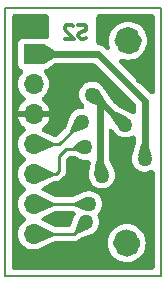
<source format=gbl>
%TF.GenerationSoftware,KiCad,Pcbnew,7.0.2*%
%TF.CreationDate,2025-03-07T15:43:59-05:00*%
%TF.ProjectId,2BMA400,32424d41-3430-4302-9e6b-696361645f70,rev?*%
%TF.SameCoordinates,Original*%
%TF.FileFunction,Copper,L2,Bot*%
%TF.FilePolarity,Positive*%
%FSLAX46Y46*%
G04 Gerber Fmt 4.6, Leading zero omitted, Abs format (unit mm)*
G04 Created by KiCad (PCBNEW 7.0.2) date 2025-03-07 15:43:59*
%MOMM*%
%LPD*%
G01*
G04 APERTURE LIST*
%TA.AperFunction,NonConductor*%
%ADD10C,1.150000*%
%TD*%
%TA.AperFunction,NonConductor*%
%ADD11C,0.200000*%
%TD*%
%ADD12C,0.300000*%
%TA.AperFunction,NonConductor*%
%ADD13C,0.300000*%
%TD*%
%TA.AperFunction,ComponentPad*%
%ADD14R,1.700000X1.700000*%
%TD*%
%TA.AperFunction,ComponentPad*%
%ADD15O,1.700000X1.700000*%
%TD*%
%TA.AperFunction,ViaPad*%
%ADD16C,1.270000*%
%TD*%
%TA.AperFunction,ViaPad*%
%ADD17C,1.200000*%
%TD*%
%TA.AperFunction,Conductor*%
%ADD18C,0.250000*%
%TD*%
%TA.AperFunction,Conductor*%
%ADD19C,0.600000*%
%TD*%
G04 APERTURE END LIST*
D10*
X71314000Y-99314000D02*
G75*
G03*
X71314000Y-99314000I-575000J0D01*
G01*
D11*
X73660000Y-102108000D02*
X60452000Y-102108000D01*
X60452000Y-102108000D02*
X60452000Y-79375000D01*
X73660000Y-79375000D02*
X73660000Y-102108000D01*
X60452000Y-79375000D02*
X73660000Y-79375000D01*
D10*
X71441000Y-82176800D02*
G75*
G03*
X71441000Y-82176800I-575000J0D01*
G01*
D12*
D13*
X67335428Y-81965000D02*
X67164000Y-82022142D01*
X67164000Y-82022142D02*
X66878285Y-82022142D01*
X66878285Y-82022142D02*
X66764000Y-81965000D01*
X66764000Y-81965000D02*
X66706857Y-81907857D01*
X66706857Y-81907857D02*
X66649714Y-81793571D01*
X66649714Y-81793571D02*
X66649714Y-81679285D01*
X66649714Y-81679285D02*
X66706857Y-81565000D01*
X66706857Y-81565000D02*
X66764000Y-81507857D01*
X66764000Y-81507857D02*
X66878285Y-81450714D01*
X66878285Y-81450714D02*
X67106857Y-81393571D01*
X67106857Y-81393571D02*
X67221142Y-81336428D01*
X67221142Y-81336428D02*
X67278285Y-81279285D01*
X67278285Y-81279285D02*
X67335428Y-81165000D01*
X67335428Y-81165000D02*
X67335428Y-81050714D01*
X67335428Y-81050714D02*
X67278285Y-80936428D01*
X67278285Y-80936428D02*
X67221142Y-80879285D01*
X67221142Y-80879285D02*
X67106857Y-80822142D01*
X67106857Y-80822142D02*
X66821142Y-80822142D01*
X66821142Y-80822142D02*
X66649714Y-80879285D01*
X66192571Y-80936428D02*
X66135428Y-80879285D01*
X66135428Y-80879285D02*
X66021143Y-80822142D01*
X66021143Y-80822142D02*
X65735428Y-80822142D01*
X65735428Y-80822142D02*
X65621143Y-80879285D01*
X65621143Y-80879285D02*
X65564000Y-80936428D01*
X65564000Y-80936428D02*
X65506857Y-81050714D01*
X65506857Y-81050714D02*
X65506857Y-81165000D01*
X65506857Y-81165000D02*
X65564000Y-81336428D01*
X65564000Y-81336428D02*
X66249714Y-82022142D01*
X66249714Y-82022142D02*
X65506857Y-82022142D01*
D14*
%TO.P,J1,1,Pin_1*%
%TO.N,VDD*%
X62865000Y-83312000D03*
D15*
%TO.P,J1,2,Pin_2*%
%TO.N,VDDIO*%
X62865000Y-85852000D03*
%TO.P,J1,3,Pin_3*%
%TO.N,GND*%
X62865000Y-88392000D03*
%TO.P,J1,4,Pin_4*%
%TO.N,SCL*%
X62865000Y-90932000D03*
%TO.P,J1,5,Pin_5*%
%TO.N,SDA*%
X62865000Y-93472000D03*
%TO.P,J1,6,Pin_6*%
%TO.N,INT1*%
X62865000Y-96012000D03*
%TO.P,J1,7,Pin_7*%
%TO.N,INT2*%
X62865000Y-98552000D03*
%TD*%
D16*
%TO.N,VDDIO*%
X67818000Y-86741000D03*
X70612000Y-89281000D03*
X68640500Y-93599000D03*
%TO.N,GND*%
X72009000Y-85217000D03*
X70104000Y-86995000D03*
X65151000Y-97282000D03*
D17*
X62992000Y-80772000D03*
D16*
X67183000Y-100330000D03*
%TO.N,VDD*%
X72263000Y-92190000D03*
%TO.N,INT2*%
X67310000Y-97536000D03*
%TO.N,INT1*%
X67564000Y-96012000D03*
%TO.N,SCL*%
X66929000Y-89027000D03*
%TO.N,SDA*%
X67183000Y-91186000D03*
%TD*%
D18*
%TO.N,VDDIO*%
X70612000Y-89281000D02*
X70485000Y-89281000D01*
X68326000Y-87249000D02*
X67818000Y-86741000D01*
D19*
X70485000Y-89281000D02*
X67945000Y-86741000D01*
X68453000Y-93411500D02*
X68453000Y-87376000D01*
X68640500Y-93599000D02*
X68453000Y-93411500D01*
X68453000Y-87376000D02*
X68326000Y-87249000D01*
D18*
X67945000Y-86741000D02*
X67818000Y-86741000D01*
D19*
%TO.N,VDD*%
X68326000Y-83312000D02*
X62865000Y-83312000D01*
X72263000Y-92190000D02*
X72263000Y-87249000D01*
X72263000Y-87249000D02*
X68326000Y-83312000D01*
D18*
%TO.N,INT2*%
X62865000Y-98552000D02*
X66294000Y-98552000D01*
X66294000Y-98552000D02*
X67310000Y-97536000D01*
%TO.N,INT1*%
X67564000Y-96012000D02*
X62865000Y-96012000D01*
%TO.N,SCL*%
X66929000Y-89027000D02*
X65024000Y-90932000D01*
X65024000Y-90932000D02*
X62865000Y-90932000D01*
%TO.N,SDA*%
X66226396Y-91382000D02*
X65590000Y-91382000D01*
X65024000Y-93218000D02*
X64770000Y-93472000D01*
X64770000Y-93472000D02*
X62865000Y-93472000D01*
X67183000Y-91186000D02*
X66422396Y-91186000D01*
X65590000Y-91382000D02*
X65024000Y-91948000D01*
X66422396Y-91186000D02*
X66226396Y-91382000D01*
X65024000Y-91948000D02*
X65024000Y-93218000D01*
%TD*%
%TA.AperFunction,Conductor*%
%TO.N,VDD*%
G36*
X72562392Y-90923427D02*
G01*
X72565388Y-90928554D01*
X72846880Y-91937023D01*
X72845804Y-91945913D01*
X72840104Y-91950972D01*
X72267492Y-92189131D01*
X72258537Y-92189143D01*
X71685894Y-91950971D01*
X71679572Y-91944631D01*
X71679119Y-91937025D01*
X71960612Y-90928553D01*
X71966137Y-90921507D01*
X71971881Y-90920000D01*
X72554119Y-90920000D01*
X72562392Y-90923427D01*
G37*
%TD.AperFunction*%
%TD*%
%TA.AperFunction,Conductor*%
%TO.N,GND*%
G36*
X64013466Y-79944866D02*
G01*
X64088821Y-79999615D01*
X64135394Y-80080280D01*
X64146357Y-80149500D01*
X64146357Y-81817518D01*
X64126991Y-81908627D01*
X64072242Y-81983982D01*
X63991577Y-82030555D01*
X63898943Y-82040291D01*
X63858859Y-82032330D01*
X63847856Y-82029077D01*
X63847855Y-82029076D01*
X63845725Y-82028447D01*
X63843577Y-82027905D01*
X63843557Y-82027900D01*
X63834889Y-82025715D01*
X63815682Y-82019946D01*
X63799701Y-82014354D01*
X63774471Y-82011988D01*
X63774468Y-82011987D01*
X63769266Y-82011500D01*
X61960734Y-82011500D01*
X61936345Y-82013787D01*
X61930299Y-82014354D01*
X61802116Y-82059207D01*
X61692849Y-82139849D01*
X61612207Y-82249116D01*
X61567354Y-82377299D01*
X61567353Y-82377301D01*
X61567354Y-82377301D01*
X61564500Y-82407734D01*
X61564500Y-84216266D01*
X61567070Y-84243676D01*
X61567354Y-84246700D01*
X61612207Y-84374883D01*
X61692849Y-84484150D01*
X61802115Y-84564791D01*
X61802118Y-84564793D01*
X61844101Y-84579483D01*
X61923698Y-84627851D01*
X61976743Y-84704415D01*
X61994061Y-84795936D01*
X61972656Y-84886588D01*
X61928510Y-84949303D01*
X61864952Y-85012861D01*
X61734431Y-85199265D01*
X61638260Y-85405504D01*
X61579365Y-85625304D01*
X61559532Y-85852000D01*
X61579365Y-86078695D01*
X61638260Y-86298495D01*
X61734431Y-86504734D01*
X61864951Y-86691137D01*
X62025861Y-86852047D01*
X62106192Y-86908295D01*
X62169717Y-86976417D01*
X62200042Y-87064486D01*
X62191924Y-87157277D01*
X62146767Y-87238743D01*
X62106195Y-87275275D01*
X61993922Y-87353890D01*
X61826891Y-87520921D01*
X61691399Y-87714423D01*
X61591568Y-87928511D01*
X61534364Y-88142000D01*
X62431314Y-88142000D01*
X62405507Y-88182156D01*
X62365000Y-88320111D01*
X62365000Y-88463889D01*
X62405507Y-88601844D01*
X62431314Y-88642000D01*
X61534364Y-88642000D01*
X61591568Y-88855490D01*
X61691398Y-89069575D01*
X61826891Y-89263079D01*
X61993922Y-89430110D01*
X62106193Y-89508723D01*
X62169717Y-89576844D01*
X62200042Y-89664914D01*
X62191924Y-89757704D01*
X62146767Y-89839170D01*
X62106194Y-89875703D01*
X62025860Y-89931953D01*
X61864951Y-90092862D01*
X61734431Y-90279265D01*
X61638260Y-90485504D01*
X61579365Y-90705304D01*
X61559532Y-90931999D01*
X61579365Y-91158695D01*
X61638260Y-91378495D01*
X61734431Y-91584734D01*
X61864951Y-91771137D01*
X62025862Y-91932048D01*
X62149343Y-92018510D01*
X62212867Y-92086631D01*
X62243192Y-92174701D01*
X62235074Y-92267491D01*
X62189917Y-92348957D01*
X62149343Y-92385490D01*
X62025862Y-92471951D01*
X61864951Y-92632862D01*
X61734431Y-92819265D01*
X61638260Y-93025504D01*
X61579365Y-93245304D01*
X61559532Y-93472000D01*
X61579365Y-93698695D01*
X61638260Y-93918495D01*
X61734431Y-94124734D01*
X61864951Y-94311137D01*
X62025862Y-94472048D01*
X62149343Y-94558510D01*
X62212867Y-94626631D01*
X62243192Y-94714701D01*
X62235074Y-94807491D01*
X62189917Y-94888957D01*
X62149343Y-94925490D01*
X62025862Y-95011951D01*
X61864951Y-95172862D01*
X61734431Y-95359265D01*
X61638260Y-95565504D01*
X61579365Y-95785304D01*
X61559532Y-96012000D01*
X61579365Y-96238695D01*
X61638260Y-96458495D01*
X61734431Y-96664734D01*
X61864951Y-96851137D01*
X62025862Y-97012048D01*
X62149343Y-97098510D01*
X62212867Y-97166631D01*
X62243192Y-97254701D01*
X62235074Y-97347491D01*
X62189917Y-97428957D01*
X62149343Y-97465490D01*
X62025862Y-97551951D01*
X61864951Y-97712862D01*
X61734431Y-97899265D01*
X61638260Y-98105504D01*
X61579365Y-98325304D01*
X61559532Y-98551999D01*
X61559532Y-98552000D01*
X61564490Y-98608672D01*
X61579365Y-98778695D01*
X61638260Y-98998495D01*
X61734431Y-99204734D01*
X61864951Y-99391137D01*
X62025862Y-99552048D01*
X62212265Y-99682568D01*
X62418504Y-99778739D01*
X62535586Y-99810111D01*
X62638308Y-99837635D01*
X62865000Y-99857468D01*
X63091692Y-99837635D01*
X63091695Y-99837634D01*
X63091697Y-99837634D01*
X63311490Y-99778741D01*
X63311491Y-99778740D01*
X63311496Y-99778739D01*
X63356692Y-99757662D01*
X63385545Y-99746562D01*
X63398627Y-99742543D01*
X64290842Y-99313999D01*
X69133550Y-99313999D01*
X69153316Y-99565146D01*
X69212126Y-99810111D01*
X69308533Y-100042859D01*
X69440164Y-100257659D01*
X69603775Y-100449224D01*
X69767387Y-100588961D01*
X69795341Y-100612836D01*
X69878509Y-100663802D01*
X70010140Y-100744466D01*
X70242888Y-100840873D01*
X70365370Y-100870278D01*
X70487852Y-100899683D01*
X70739000Y-100919449D01*
X70990148Y-100899683D01*
X71235111Y-100840873D01*
X71467859Y-100744466D01*
X71682659Y-100612836D01*
X71874224Y-100449224D01*
X72037836Y-100257659D01*
X72169466Y-100042859D01*
X72265873Y-99810111D01*
X72324683Y-99565148D01*
X72344449Y-99314000D01*
X72324683Y-99062852D01*
X72265873Y-98817889D01*
X72249639Y-98778695D01*
X72169466Y-98585140D01*
X72037835Y-98370340D01*
X71874224Y-98178775D01*
X71682659Y-98015164D01*
X71467859Y-97883533D01*
X71235111Y-97787126D01*
X70990146Y-97728316D01*
X70738999Y-97708550D01*
X70487853Y-97728316D01*
X70242888Y-97787126D01*
X70010140Y-97883533D01*
X69795340Y-98015164D01*
X69603775Y-98178775D01*
X69440164Y-98370340D01*
X69308533Y-98585140D01*
X69212126Y-98817888D01*
X69153316Y-99062853D01*
X69133550Y-99313999D01*
X64290842Y-99313999D01*
X64633149Y-99149584D01*
X64723661Y-99127594D01*
X64730133Y-99127500D01*
X66241603Y-99127500D01*
X66270839Y-99129415D01*
X66294000Y-99132465D01*
X66331708Y-99127500D01*
X66331719Y-99127500D01*
X66331720Y-99127500D01*
X66444236Y-99112687D01*
X66584233Y-99054698D01*
X66585816Y-99053483D01*
X66591033Y-99049481D01*
X66657478Y-98998495D01*
X66674268Y-98985612D01*
X66674268Y-98985611D01*
X66703703Y-98963025D01*
X66703703Y-98963024D01*
X66704451Y-98962451D01*
X66704452Y-98962449D01*
X66727854Y-98944494D01*
X66728141Y-98944868D01*
X66769372Y-98909652D01*
X66796725Y-98897100D01*
X67709497Y-98550425D01*
X67709805Y-98550303D01*
X67754328Y-98529832D01*
X67754330Y-98529829D01*
X67773722Y-98520914D01*
X67786386Y-98515556D01*
X67795922Y-98511862D01*
X67966962Y-98405958D01*
X68115631Y-98270429D01*
X68236864Y-98109890D01*
X68326535Y-97929808D01*
X68381588Y-97736315D01*
X68400150Y-97536000D01*
X68381588Y-97335685D01*
X68378622Y-97325261D01*
X68326536Y-97142194D01*
X68279849Y-97048435D01*
X68256573Y-96958245D01*
X68271993Y-96866386D01*
X68323442Y-96788740D01*
X68329386Y-96783116D01*
X68369631Y-96746429D01*
X68490864Y-96585890D01*
X68580535Y-96405808D01*
X68635588Y-96212315D01*
X68654150Y-96012000D01*
X68635588Y-95811685D01*
X68580535Y-95618192D01*
X68490864Y-95438110D01*
X68369631Y-95277571D01*
X68220962Y-95142042D01*
X68220959Y-95142039D01*
X68049924Y-95036138D01*
X67862333Y-94963465D01*
X67664586Y-94926500D01*
X67463414Y-94926500D01*
X67265667Y-94963465D01*
X67168860Y-95000968D01*
X67148312Y-95007805D01*
X67123261Y-95014815D01*
X66229014Y-95416806D01*
X66137975Y-95436499D01*
X66137172Y-95436500D01*
X64730133Y-95436500D01*
X64639024Y-95417134D01*
X64633172Y-95414426D01*
X63801194Y-95014815D01*
X63653583Y-94943915D01*
X63579841Y-94887012D01*
X63535619Y-94805035D01*
X63528564Y-94712158D01*
X63559894Y-94624441D01*
X63624194Y-94557051D01*
X63653578Y-94540085D01*
X64630457Y-94070877D01*
X64720965Y-94048888D01*
X64756676Y-94050710D01*
X64770000Y-94052465D01*
X64807708Y-94047500D01*
X64807719Y-94047500D01*
X64807720Y-94047500D01*
X64920236Y-94032687D01*
X65060233Y-93974698D01*
X65073112Y-93964815D01*
X65094347Y-93948522D01*
X65133478Y-93918495D01*
X65150268Y-93905612D01*
X65150268Y-93905611D01*
X65179699Y-93883028D01*
X65179698Y-93883028D01*
X65180451Y-93882451D01*
X65194671Y-93863917D01*
X65213982Y-93841896D01*
X65393896Y-93661982D01*
X65415917Y-93642671D01*
X65434451Y-93628451D01*
X65435021Y-93627707D01*
X65435025Y-93627704D01*
X65457612Y-93598268D01*
X65485639Y-93561743D01*
X67552169Y-93561743D01*
X67552309Y-93559827D01*
X67552324Y-93559448D01*
X67552169Y-93561743D01*
X65485639Y-93561743D01*
X65526698Y-93508233D01*
X65584687Y-93368236D01*
X65586514Y-93354360D01*
X65599500Y-93255720D01*
X65599500Y-93255714D01*
X65604465Y-93218000D01*
X65601415Y-93194835D01*
X65599500Y-93165617D01*
X65599499Y-92279164D01*
X65618866Y-92188055D01*
X65665108Y-92120772D01*
X65762772Y-92023108D01*
X65840890Y-91972378D01*
X65921164Y-91957500D01*
X66173999Y-91957500D01*
X66203235Y-91959415D01*
X66226396Y-91962465D01*
X66255633Y-91966314D01*
X66255300Y-91968840D01*
X66299756Y-91972338D01*
X66333641Y-91985448D01*
X66681417Y-92153590D01*
X66695027Y-92161067D01*
X66695912Y-92161410D01*
X66712515Y-92168625D01*
X66725082Y-92174701D01*
X66730583Y-92177361D01*
X66733787Y-92178855D01*
X66741950Y-92182664D01*
X66742559Y-92182938D01*
X66794948Y-92202733D01*
X66794951Y-92202733D01*
X66807108Y-92207327D01*
X66830471Y-92213539D01*
X66884666Y-92234534D01*
X67082414Y-92271500D01*
X67283585Y-92271500D01*
X67283586Y-92271500D01*
X67415439Y-92246852D01*
X67508553Y-92249147D01*
X67592686Y-92289117D01*
X67653288Y-92359851D01*
X67679880Y-92449118D01*
X67679011Y-92493651D01*
X67574137Y-93370112D01*
X67569349Y-93393966D01*
X67562984Y-93462646D01*
X67562354Y-93468584D01*
X67554788Y-93531826D01*
X67554470Y-93535094D01*
X67552538Y-93556814D01*
X67552537Y-93556843D01*
X67552391Y-93558470D01*
X67552309Y-93559827D01*
X67552376Y-93564081D01*
X67552281Y-93568353D01*
X67552292Y-93564935D01*
X67551434Y-93587295D01*
X67550349Y-93599000D01*
X67568911Y-93799314D01*
X67623963Y-93992805D01*
X67713636Y-94172890D01*
X67834868Y-94333428D01*
X67983540Y-94468960D01*
X68154575Y-94574861D01*
X68154578Y-94574862D01*
X68342166Y-94647534D01*
X68539914Y-94684500D01*
X68741086Y-94684500D01*
X68938834Y-94647534D01*
X69126422Y-94574862D01*
X69152832Y-94558510D01*
X69297459Y-94468960D01*
X69297459Y-94468959D01*
X69297462Y-94468958D01*
X69446131Y-94333429D01*
X69567364Y-94172890D01*
X69657035Y-93992808D01*
X69712088Y-93799315D01*
X69730650Y-93599000D01*
X69712088Y-93398685D01*
X69710745Y-93393966D01*
X69668448Y-93245304D01*
X69657035Y-93205192D01*
X69647311Y-93185665D01*
X69633646Y-93151408D01*
X69632623Y-93148066D01*
X69395155Y-92652409D01*
X69225488Y-92298270D01*
X69203587Y-92207736D01*
X69203500Y-92201486D01*
X69203500Y-89853985D01*
X69222866Y-89762876D01*
X69277615Y-89687521D01*
X69358280Y-89640948D01*
X69450914Y-89631212D01*
X69539500Y-89659995D01*
X69608720Y-89722321D01*
X69613370Y-89728973D01*
X69618247Y-89736225D01*
X69640162Y-89768812D01*
X69654800Y-89793967D01*
X69685137Y-89854892D01*
X69806366Y-90015426D01*
X69806368Y-90015428D01*
X69806369Y-90015429D01*
X69849745Y-90054971D01*
X69857661Y-90062551D01*
X69873716Y-90078694D01*
X69885074Y-90087177D01*
X69899688Y-90100500D01*
X69955040Y-90150960D01*
X70126075Y-90256861D01*
X70183907Y-90279265D01*
X70313666Y-90329534D01*
X70511414Y-90366500D01*
X70712586Y-90366500D01*
X70910334Y-90329534D01*
X71097922Y-90256862D01*
X71170578Y-90211874D01*
X71258236Y-90180377D01*
X71351126Y-90187255D01*
X71433187Y-90231321D01*
X71490231Y-90304955D01*
X71512394Y-90395424D01*
X71512500Y-90402323D01*
X71512500Y-90809028D01*
X71504253Y-90869251D01*
X71240390Y-91814563D01*
X71231886Y-91847054D01*
X71231549Y-91846965D01*
X71230652Y-91851767D01*
X71191411Y-91989688D01*
X71172849Y-92190000D01*
X71191411Y-92390315D01*
X71246463Y-92583805D01*
X71336136Y-92763890D01*
X71457368Y-92924428D01*
X71606040Y-93059960D01*
X71777075Y-93165861D01*
X71878600Y-93205192D01*
X71964666Y-93238534D01*
X72162414Y-93275500D01*
X72363586Y-93275500D01*
X72561334Y-93238534D01*
X72748922Y-93165862D01*
X72767579Y-93154309D01*
X72855232Y-93122812D01*
X72948123Y-93129690D01*
X73030185Y-93173754D01*
X73087230Y-93247387D01*
X73109394Y-93337856D01*
X73109500Y-93344758D01*
X73109500Y-101333500D01*
X73090134Y-101424609D01*
X73035385Y-101499964D01*
X72954720Y-101546537D01*
X72885500Y-101557500D01*
X61226500Y-101557500D01*
X61135391Y-101538134D01*
X61060036Y-101483385D01*
X61013463Y-101402720D01*
X61002500Y-101333500D01*
X61002500Y-80149500D01*
X61021866Y-80058391D01*
X61076615Y-79983036D01*
X61157280Y-79936463D01*
X61226500Y-79925500D01*
X63922357Y-79925500D01*
X64013466Y-79944866D01*
G37*
%TD.AperFunction*%
%TA.AperFunction,Conductor*%
G36*
X66228289Y-96606866D02*
G01*
X66229015Y-96607190D01*
X66287991Y-96633699D01*
X66363151Y-96688715D01*
X66409437Y-96769546D01*
X66418844Y-96862214D01*
X66392143Y-96943409D01*
X66392387Y-96943531D01*
X66391552Y-96945207D01*
X66389747Y-96950697D01*
X66386053Y-96956250D01*
X66296218Y-97136657D01*
X66293555Y-97141689D01*
X66031394Y-97832025D01*
X65980944Y-97910324D01*
X65903009Y-97961333D01*
X65821986Y-97976500D01*
X64730133Y-97976500D01*
X64639024Y-97957134D01*
X64633172Y-97954426D01*
X63999540Y-97650083D01*
X63653583Y-97483915D01*
X63579841Y-97427012D01*
X63535619Y-97345035D01*
X63528564Y-97252158D01*
X63559894Y-97164441D01*
X63624194Y-97097051D01*
X63653578Y-97080085D01*
X64633149Y-96609584D01*
X64723661Y-96587594D01*
X64730133Y-96587500D01*
X66137180Y-96587500D01*
X66228289Y-96606866D01*
G37*
%TD.AperFunction*%
%TA.AperFunction,Conductor*%
G36*
X68013457Y-84081866D02*
G01*
X68080740Y-84128108D01*
X71446892Y-87494260D01*
X71497622Y-87572378D01*
X71512500Y-87652652D01*
X71512500Y-88159676D01*
X71493134Y-88250785D01*
X71438385Y-88326140D01*
X71357720Y-88372713D01*
X71265086Y-88382449D01*
X71176500Y-88353666D01*
X71170580Y-88350125D01*
X71097923Y-88305138D01*
X71074839Y-88296195D01*
X71035297Y-88275921D01*
X70162959Y-87877610D01*
X70097606Y-87832238D01*
X69362229Y-87096861D01*
X69334743Y-87063470D01*
X68789840Y-86253191D01*
X68775201Y-86228035D01*
X68770419Y-86218432D01*
X68744864Y-86167110D01*
X68623631Y-86006571D01*
X68580240Y-85967015D01*
X68572346Y-85959456D01*
X68556288Y-85943310D01*
X68544928Y-85934824D01*
X68474959Y-85871039D01*
X68303924Y-85765138D01*
X68116333Y-85692465D01*
X67918586Y-85655500D01*
X67717414Y-85655500D01*
X67519666Y-85692465D01*
X67332075Y-85765138D01*
X67161040Y-85871039D01*
X67012368Y-86006571D01*
X66891136Y-86167109D01*
X66801463Y-86347194D01*
X66746411Y-86540684D01*
X66727849Y-86740999D01*
X66746411Y-86941315D01*
X66801463Y-87134805D01*
X66891136Y-87314890D01*
X67012371Y-87475431D01*
X67096322Y-87551962D01*
X67150606Y-87627653D01*
X67169411Y-87718879D01*
X67149484Y-87809867D01*
X67094272Y-87884884D01*
X67013322Y-87930959D01*
X66945415Y-87941500D01*
X66828414Y-87941500D01*
X66630666Y-87978465D01*
X66443075Y-88051138D01*
X66272040Y-88157039D01*
X66123368Y-88292571D01*
X66002134Y-88453111D01*
X65915218Y-88627657D01*
X65912555Y-88632689D01*
X65564154Y-89550113D01*
X65513704Y-89628412D01*
X65513138Y-89628980D01*
X64863329Y-90278790D01*
X64785212Y-90329520D01*
X64693214Y-90344091D01*
X64607954Y-90322314D01*
X64251196Y-90150958D01*
X63680197Y-89876698D01*
X63606455Y-89819796D01*
X63562233Y-89737819D01*
X63555178Y-89644942D01*
X63586508Y-89557225D01*
X63648700Y-89491293D01*
X63736077Y-89430110D01*
X63903108Y-89263079D01*
X64038601Y-89069575D01*
X64138431Y-88855490D01*
X64195636Y-88642000D01*
X63298686Y-88642000D01*
X63324493Y-88601844D01*
X63365000Y-88463889D01*
X63365000Y-88320111D01*
X63324493Y-88182156D01*
X63298686Y-88142000D01*
X64195636Y-88142000D01*
X64138431Y-87928511D01*
X64038600Y-87714423D01*
X63903108Y-87520921D01*
X63736077Y-87353889D01*
X63623806Y-87275276D01*
X63560281Y-87207154D01*
X63529957Y-87119085D01*
X63538075Y-87026295D01*
X63583232Y-86944829D01*
X63623804Y-86908297D01*
X63704139Y-86852047D01*
X63865047Y-86691139D01*
X63995568Y-86504734D01*
X64091739Y-86298496D01*
X64150635Y-86078692D01*
X64170468Y-85852000D01*
X64150635Y-85625308D01*
X64091739Y-85405504D01*
X63995568Y-85199266D01*
X63995568Y-85199265D01*
X63865048Y-85012862D01*
X63801490Y-84949304D01*
X63750760Y-84871186D01*
X63736189Y-84779189D01*
X63760297Y-84689218D01*
X63818914Y-84616831D01*
X63885896Y-84579483D01*
X63927882Y-84564793D01*
X63930769Y-84562661D01*
X63967941Y-84540870D01*
X63970383Y-84539289D01*
X63970387Y-84539288D01*
X64651702Y-84098436D01*
X64738717Y-84065200D01*
X64773392Y-84062500D01*
X67922348Y-84062500D01*
X68013457Y-84081866D01*
G37*
%TD.AperFunction*%
%TA.AperFunction,Conductor*%
G36*
X72976609Y-79944866D02*
G01*
X73051964Y-79999615D01*
X73098537Y-80080280D01*
X73109500Y-80149500D01*
X73109500Y-86493348D01*
X73090134Y-86584457D01*
X73035385Y-86659812D01*
X72954720Y-86706385D01*
X72862086Y-86716121D01*
X72773500Y-86687338D01*
X72727108Y-86651740D01*
X70854556Y-84779189D01*
X70153990Y-84078623D01*
X70103262Y-84000507D01*
X70088691Y-83908510D01*
X70112799Y-83818539D01*
X70171416Y-83746152D01*
X70254408Y-83703866D01*
X70347425Y-83698991D01*
X70364675Y-83702422D01*
X70546828Y-83746152D01*
X70614852Y-83762483D01*
X70866000Y-83782249D01*
X71117148Y-83762483D01*
X71362111Y-83703673D01*
X71594859Y-83607266D01*
X71809659Y-83475636D01*
X72001224Y-83312024D01*
X72164836Y-83120459D01*
X72296466Y-82905659D01*
X72392873Y-82672911D01*
X72451683Y-82427948D01*
X72471449Y-82176800D01*
X72451683Y-81925652D01*
X72392873Y-81680689D01*
X72296466Y-81447941D01*
X72296466Y-81447940D01*
X72164835Y-81233140D01*
X72001224Y-81041575D01*
X71809659Y-80877964D01*
X71594859Y-80746333D01*
X71362111Y-80649926D01*
X71117146Y-80591116D01*
X70865999Y-80571350D01*
X70614853Y-80591116D01*
X70369888Y-80649926D01*
X70137140Y-80746333D01*
X69922340Y-80877964D01*
X69730775Y-81041575D01*
X69567164Y-81233140D01*
X69435533Y-81447940D01*
X69339126Y-81680688D01*
X69280316Y-81925653D01*
X69260550Y-82176799D01*
X69280316Y-82427948D01*
X69340377Y-82678124D01*
X69342815Y-82771236D01*
X69307169Y-82857290D01*
X69239604Y-82921406D01*
X69151802Y-82952498D01*
X69058945Y-82945189D01*
X68977088Y-82900744D01*
X68964174Y-82888806D01*
X68906878Y-82831510D01*
X68885595Y-82806882D01*
X68875610Y-82793470D01*
X68841008Y-82764435D01*
X68828327Y-82752815D01*
X68835254Y-82759350D01*
X68830381Y-82755013D01*
X68825777Y-82750409D01*
X68820676Y-82746375D01*
X68820664Y-82746365D01*
X68802599Y-82732082D01*
X68797548Y-82727967D01*
X68734162Y-82674781D01*
X68731023Y-82672780D01*
X68680644Y-82649288D01*
X68655984Y-82637789D01*
X68650146Y-82634962D01*
X68576196Y-82597823D01*
X68572688Y-82596604D01*
X68491614Y-82579863D01*
X68485257Y-82578454D01*
X68474169Y-82575826D01*
X68413721Y-82561500D01*
X68413720Y-82561500D01*
X68404745Y-82559373D01*
X68380263Y-82556872D01*
X68366214Y-82553971D01*
X68367125Y-82549557D01*
X68324802Y-82541839D01*
X68247888Y-82489302D01*
X68198993Y-82410024D01*
X68185929Y-82334645D01*
X68185929Y-80149500D01*
X68205295Y-80058391D01*
X68260044Y-79983036D01*
X68340709Y-79936463D01*
X68409929Y-79925500D01*
X72885500Y-79925500D01*
X72976609Y-79944866D01*
G37*
%TD.AperFunction*%
%TD*%
%TA.AperFunction,Conductor*%
%TO.N,INT2*%
G36*
X63200836Y-97771791D02*
G01*
X63201413Y-97772049D01*
X64558366Y-98423814D01*
X64564339Y-98430484D01*
X64565000Y-98434360D01*
X64565000Y-98669639D01*
X64561573Y-98677912D01*
X64558366Y-98680186D01*
X63201413Y-99331950D01*
X63192471Y-99332442D01*
X63185800Y-99326469D01*
X63185542Y-99325892D01*
X62865865Y-98556488D01*
X62865856Y-98547533D01*
X62865856Y-98547532D01*
X63185542Y-97778106D01*
X63191881Y-97771782D01*
X63200836Y-97771791D01*
G37*
%TD.AperFunction*%
%TD*%
%TA.AperFunction,Conductor*%
%TO.N,INT1*%
G36*
X63200836Y-95231791D02*
G01*
X63201413Y-95232049D01*
X64558366Y-95883814D01*
X64564339Y-95890484D01*
X64565000Y-95894360D01*
X64565000Y-96129639D01*
X64561573Y-96137912D01*
X64558366Y-96140186D01*
X63201413Y-96791950D01*
X63192471Y-96792442D01*
X63185800Y-96786469D01*
X63185542Y-96785892D01*
X62865865Y-96016488D01*
X62865856Y-96007533D01*
X62865856Y-96007532D01*
X63185542Y-95238106D01*
X63191881Y-95231782D01*
X63200836Y-95231791D01*
G37*
%TD.AperFunction*%
%TD*%
%TA.AperFunction,Conductor*%
%TO.N,SDA*%
G36*
X63200836Y-92691791D02*
G01*
X63201413Y-92692049D01*
X64558366Y-93343814D01*
X64564339Y-93350484D01*
X64565000Y-93354360D01*
X64565000Y-93589639D01*
X64561573Y-93597912D01*
X64558366Y-93600186D01*
X63201413Y-94251950D01*
X63192471Y-94252442D01*
X63185800Y-94246469D01*
X63185542Y-94245892D01*
X62865865Y-93476488D01*
X62865856Y-93467533D01*
X62865856Y-93467532D01*
X63185542Y-92698106D01*
X63191881Y-92691782D01*
X63200836Y-92691791D01*
G37*
%TD.AperFunction*%
%TD*%
%TA.AperFunction,Conductor*%
%TO.N,VDDIO*%
G36*
X68753905Y-92369723D02*
G01*
X68756184Y-92372941D01*
X69221835Y-93344874D01*
X69222319Y-93353815D01*
X69216338Y-93360481D01*
X69215776Y-93360732D01*
X68642665Y-93599099D01*
X68638154Y-93599996D01*
X68018662Y-93599020D01*
X68010394Y-93595580D01*
X68006980Y-93587302D01*
X68007062Y-93585945D01*
X68151766Y-92376605D01*
X68156151Y-92368799D01*
X68163383Y-92366296D01*
X68745632Y-92366296D01*
X68753905Y-92369723D01*
G37*
%TD.AperFunction*%
%TD*%
%TA.AperFunction,Conductor*%
%TO.N,SCL*%
G36*
X66353425Y-88788570D02*
G01*
X66925208Y-89024437D01*
X66931549Y-89030760D01*
X66931562Y-89030791D01*
X67167414Y-89602537D01*
X67167401Y-89611492D01*
X67161060Y-89617815D01*
X67160752Y-89617937D01*
X66126438Y-90010727D01*
X66117487Y-90010460D01*
X66114011Y-90008062D01*
X65947937Y-89841988D01*
X65944510Y-89833715D01*
X65945270Y-89829566D01*
X66338064Y-88795244D01*
X66344203Y-88788730D01*
X66353154Y-88788463D01*
X66353425Y-88788570D01*
G37*
%TD.AperFunction*%
%TD*%
%TA.AperFunction,Conductor*%
%TO.N,INT2*%
G36*
X66734425Y-97297570D02*
G01*
X67306208Y-97533437D01*
X67312549Y-97539760D01*
X67312562Y-97539791D01*
X67548414Y-98111537D01*
X67548401Y-98120492D01*
X67542060Y-98126815D01*
X67541752Y-98126937D01*
X66507438Y-98519727D01*
X66498487Y-98519460D01*
X66495011Y-98517062D01*
X66328937Y-98350988D01*
X66325510Y-98342715D01*
X66326270Y-98338566D01*
X66719064Y-97304244D01*
X66725203Y-97297730D01*
X66734154Y-97297463D01*
X66734425Y-97297570D01*
G37*
%TD.AperFunction*%
%TD*%
%TA.AperFunction,Conductor*%
%TO.N,SCL*%
G36*
X63200836Y-90151791D02*
G01*
X63201413Y-90152049D01*
X64558366Y-90803814D01*
X64564339Y-90810484D01*
X64565000Y-90814360D01*
X64565000Y-91049639D01*
X64561573Y-91057912D01*
X64558366Y-91060186D01*
X63201413Y-91711950D01*
X63192471Y-91712442D01*
X63185800Y-91706469D01*
X63185542Y-91705892D01*
X62865865Y-90936488D01*
X62865856Y-90927533D01*
X62865856Y-90927532D01*
X63185542Y-90158106D01*
X63191881Y-90151782D01*
X63200836Y-90151791D01*
G37*
%TD.AperFunction*%
%TD*%
%TA.AperFunction,Conductor*%
%TO.N,VDD*%
G36*
X63722936Y-82467135D02*
G01*
X64559656Y-83008542D01*
X64564740Y-83015914D01*
X64565000Y-83018365D01*
X64565000Y-83605634D01*
X64561573Y-83613907D01*
X64559656Y-83615457D01*
X63722936Y-84156864D01*
X63714129Y-84158481D01*
X63708312Y-84155319D01*
X63157979Y-83605634D01*
X62872286Y-83320276D01*
X62868855Y-83312007D01*
X62872276Y-83303733D01*
X63708312Y-82468679D01*
X63716587Y-82465258D01*
X63722936Y-82467135D01*
G37*
%TD.AperFunction*%
%TD*%
%TA.AperFunction,Conductor*%
%TO.N,VDDIO*%
G36*
X68273508Y-86302031D02*
G01*
X68274931Y-86303762D01*
X68973651Y-87342770D01*
X68975424Y-87351547D01*
X68972215Y-87357572D01*
X68560505Y-87769282D01*
X68552232Y-87772709D01*
X68547373Y-87771652D01*
X68173865Y-87601108D01*
X67585251Y-87332346D01*
X67579149Y-87325792D01*
X67579294Y-87317242D01*
X67816400Y-86742455D01*
X67818951Y-86738639D01*
X68256964Y-86302004D01*
X68265240Y-86298591D01*
X68273508Y-86302031D01*
G37*
%TD.AperFunction*%
%TD*%
%TA.AperFunction,Conductor*%
%TO.N,SDA*%
G36*
X66741982Y-90744957D02*
G01*
X67178157Y-91179760D01*
X67181597Y-91188028D01*
X67180704Y-91192530D01*
X66944743Y-91761222D01*
X66938407Y-91767550D01*
X66929452Y-91767545D01*
X66928843Y-91767271D01*
X66316566Y-91471248D01*
X66313386Y-91468988D01*
X66146569Y-91302171D01*
X66143142Y-91293898D01*
X66146569Y-91285625D01*
X66146821Y-91285380D01*
X66725738Y-90744691D01*
X66734121Y-90741550D01*
X66741982Y-90744957D01*
G37*
%TD.AperFunction*%
%TD*%
%TA.AperFunction,Conductor*%
%TO.N,VDDIO*%
G36*
X69882623Y-88250346D02*
G01*
X70802696Y-88670452D01*
X70844748Y-88689653D01*
X70850850Y-88696207D01*
X70850704Y-88704758D01*
X70613601Y-89279539D01*
X70611045Y-89283363D01*
X70173037Y-89719994D01*
X70164759Y-89723408D01*
X70156491Y-89719968D01*
X70155068Y-89718237D01*
X69456348Y-88679229D01*
X69454575Y-88670452D01*
X69457782Y-88664429D01*
X69869495Y-88252716D01*
X69877767Y-88249290D01*
X69882623Y-88250346D01*
G37*
%TD.AperFunction*%
%TD*%
%TA.AperFunction,Conductor*%
%TO.N,INT1*%
G36*
X67325486Y-95436144D02*
G01*
X67325618Y-95436448D01*
X67563131Y-96007507D01*
X67563144Y-96016462D01*
X67563131Y-96016493D01*
X67325618Y-96587551D01*
X67319277Y-96593874D01*
X67310322Y-96593861D01*
X67310018Y-96593729D01*
X66300903Y-96140103D01*
X66294762Y-96133586D01*
X66294000Y-96129432D01*
X66294000Y-95894567D01*
X66297427Y-95886294D01*
X66300899Y-95883898D01*
X67310020Y-95430269D01*
X67318969Y-95430003D01*
X67325486Y-95436144D01*
G37*
%TD.AperFunction*%
%TD*%
%TA.AperFunction,Conductor*%
%TO.N,VDDIO*%
G36*
X68402602Y-86502553D02*
G01*
X68408925Y-86508894D01*
X68409005Y-86509094D01*
X68662343Y-87156743D01*
X68662165Y-87165696D01*
X68659720Y-87169278D01*
X68246278Y-87582720D01*
X68238005Y-87586147D01*
X68233743Y-87585343D01*
X67586094Y-87332005D01*
X67579638Y-87325800D01*
X67579460Y-87316847D01*
X67579519Y-87316697D01*
X67815437Y-86744790D01*
X67821759Y-86738450D01*
X68393648Y-86502540D01*
X68402602Y-86502553D01*
G37*
%TD.AperFunction*%
%TD*%
M02*

</source>
